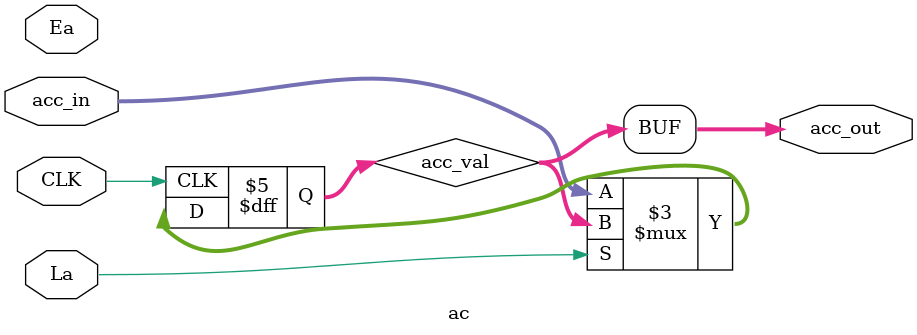
<source format=v>
module ac(CLK, La, Ea, acc_in, acc_out);

	input CLK, La, Ea;
    input [7:0] acc_in;
    output [7:0] acc_out;
	reg [7:0]acc_val;
	
	always @(posedge CLK) begin
		
		if (~La) 
			acc_val <= acc_in;
	
	end
	assign acc_out = acc_val;
	
	
endmodule


</source>
